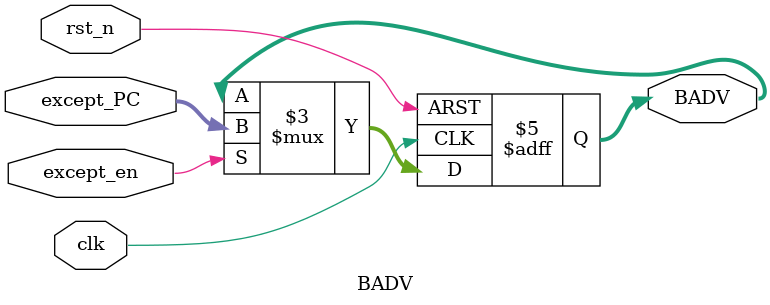
<source format=v>
module BADV (
    input               clk,
    input               rst_n,

    input               except_en,
    input       [31:0]  except_PC,

    output  reg [31:0]  BADV
);
    always @(posedge clk or negedge rst_n) begin
        if(!rst_n)
            BADV <= 32'b0;
        else if(except_en)
            BADV <= except_PC;
    end

endmodule
</source>
